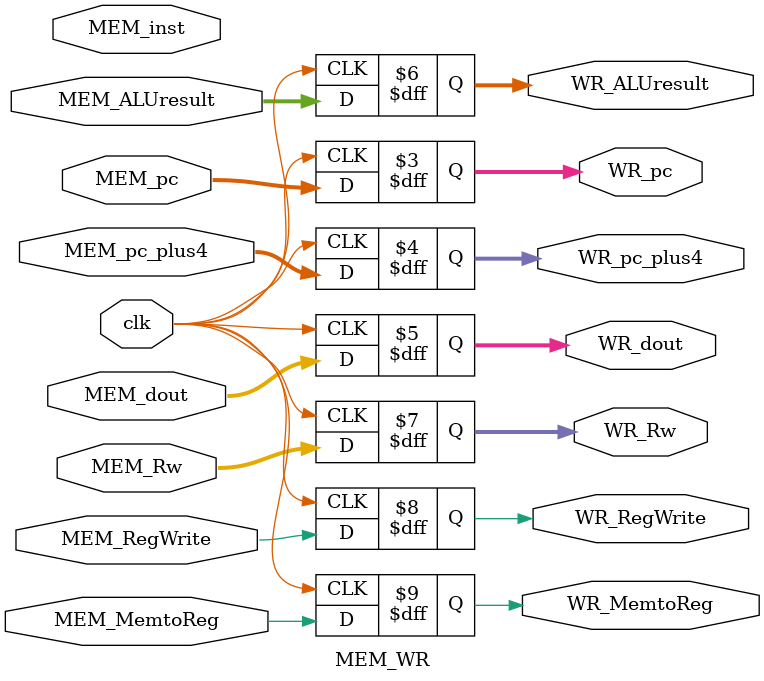
<source format=v>
module MEM_WR(
    input clk,
    input [31:0] MEM_pc,
    input [31:0] MEM_pc_plus4,
    input [31:0] MEM_inst,
    input [31:0] MEM_dout,
    input [31:0] MEM_ALUresult,
    input [4:0] MEM_Rw,
    input MEM_RegWrite,
    input MEM_MemtoReg,

    output reg[31:0] WR_pc,
    output reg[31:0] WR_pc_plus4,
    output reg[31:0] WR_dout,
    output reg[31:0] WR_ALUresult,
    output reg[4:0] WR_Rw,
    output reg WR_RegWrite,
    output reg WR_MemtoReg
);
reg[31:0] WR_inst;

initial begin
    WR_pc=32'b0;
    WR_pc_plus4=32'b0;
    WR_dout=32'b0;
    WR_ALUresult=32'b0;
    WR_Rw=5'b0;
    WR_RegWrite=0;
    WR_MemtoReg=0;
end

always@(posedge clk)begin
    WR_pc<=MEM_pc;
    WR_pc_plus4<=MEM_pc_plus4;
    WR_dout<=MEM_dout;
    WR_ALUresult<=MEM_ALUresult;
    WR_Rw<=MEM_Rw;
    WR_RegWrite<=MEM_RegWrite;
    WR_MemtoReg<=MEM_MemtoReg;
    
    WR_inst<=MEM_inst;
end

endmodule
</source>
